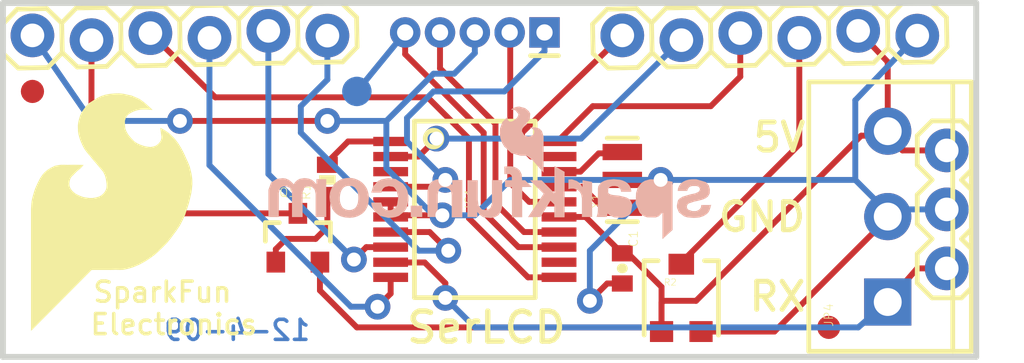
<source format=kicad_pcb>
(kicad_pcb (version 20211014) (generator pcbnew)
  (layers (0 "F.Cu" signal) (31 "B.Cu" signal) (34 "B.Paste" user) (35 "F.Paste" user) (36 "B.SilkS" user "B.Silkscreen") (37 "F.SilkS" user "F.Silkscreen") (38 "B.Mask" user) (39 "F.Mask" user) (44 "Edge.Cuts" user))
  (net 0 "")
  (net 1 "GND")
  (net 2 "VCC")
  (net 3 "RS")
  (net 4 "R/W")
  (net 5 "E")
  (net 6 "D4")
  (net 7 "D5")
  (net 8 "D6")
  (net 9 "D7")
  (net 10 "BL+")
  (net 11 "N$3")
  (net 12 "N$4")
  (net 13 "PGD")
  (net 14 "PGC")
  (net 15 "N$11")
  (net 16 "N$13")
  (net 17 "VPP")
  (net 18 "RX")
  (net 19 "CONTRAST")
  (footprint "boardEagle:SCREWTERMINAL-3.5MM-3_LOCK.007S" (layer "F.Cu") (at 165.6461 110.0836 90)
    (fp_text reference "JP4" (at -1.27 -2.54 90) (layer "F.SilkS") (effects (font (size 0.376489 0.376489) (thickness 0.029911)) (justify left)))
    (fp_text value "")
    (pad "1" thru_hole rect (at -0.1778 0 90) (size 2.032 2.032) (drill 1.2) (layers *.Cu *.Mask) (net 18 "RX"))
    (pad "2" thru_hole circle (at 3.5 0 90) (size 2.032 2.032) (drill 1.2) (layers *.Cu *.Mask) (net 1 "GND"))
    (pad "3" thru_hole circle (at 7.1778 0 90) (size 2.032 2.032) (drill 1.2) (layers *.Cu *.Mask) (net 2 "VCC"))
  )
  (footprint "boardEagle:TRIMPOT-3MM" (layer "F.Cu") (at 156.7561 110.0836)
    (fp_text reference "R2" (at -0.762 -0.508) (layer "F.SilkS") (effects (font (size 0.280416 0.280416) (thickness 0.024384)) (justify left bottom)))
    (fp_text value "TRIMPOTSMD")
    (pad "1" smd rect (at -0.85 1.45) (size 1 0.9) (layers "F.Cu" "F.Paste" "F.Mask") (net 2 "VCC"))
    (pad "2" smd rect (at 0 -1.45) (size 1.1 0.9) (layers "F.Cu" "F.Paste" "F.Mask") (net 19 "CONTRAST"))
    (pad "3" smd rect (at 0.85 1.45) (size 1 0.9) (layers "F.Cu" "F.Paste" "F.Mask") (net 1 "GND"))
  )
  (footprint "boardEagle:LOGO-FLAME-LARGE" (layer "F.Cu") (at 128.8161 111.3536)
    (fp_text reference "U$2" hide)
    (fp_text value "LOGO-FLAME-LARGE" hide)
  )
  (footprint "boardEagle:PIC-ICSP-MINI" (layer "F.Cu") (at 147.8661 98.6536 180)
    (fp_text reference "U$1" hide)
    (fp_text value "PIC-ICSP-MINI" hide)
    (pad "1" thru_hole rect (at -3 0 180) (size 1.3096 1.3096) (drill 0.7) (layers *.Cu *.Mask) (net 17 "VPP"))
    (pad "2" thru_hole circle (at -1.5 0 180) (size 1.3096 1.3096) (drill 0.7) (layers *.Cu *.Mask) (net 2 "VCC"))
    (pad "3" thru_hole circle (at 0 0 180) (size 1.3096 1.3096) (drill 0.7) (layers *.Cu *.Mask) (net 1 "GND"))
    (pad "4" thru_hole circle (at 1.5 0 180) (size 1.3096 1.3096) (drill 0.7) (layers *.Cu *.Mask) (net 13 "PGD"))
    (pad "5" thru_hole circle (at 3 0 180) (size 1.3096 1.3096) (drill 0.7) (layers *.Cu *.Mask) (net 14 "PGC"))
  )
  (footprint "boardEagle:0402-RES" (layer "F.Cu") (at 141.5161 105.0036 90)
    (fp_text reference "R1" (at -0.889 -0.6985 90) (layer "F.SilkS") (effects (font (size 0.373888 0.373888) (thickness 0.032512)) (justify left bottom)))
    (fp_text value "")
    (pad "1" smd rect (at -0.65 0 90) (size 0.7 0.9) (layers "F.Cu" "F.Paste" "F.Mask") (net 16 "N$13"))
    (pad "2" smd rect (at 0.65 0 90) (size 0.7 0.9) (layers "F.Cu" "F.Paste" "F.Mask") (net 15 "N$11"))
  )
  (footprint "boardEagle:SOT23-3" (layer "F.Cu") (at 140.2461 107.5436)
    (fp_text reference "Q1" (at -0.8255 -1.778) (layer "F.SilkS") (effects (font (size 0.373888 0.373888) (thickness 0.032512)) (justify left bottom)))
    (fp_text value "TRANSISTOR_PNPSMD")
    (pad "1" smd rect (at -0.95 1) (size 0.8 0.9) (layers "F.Cu" "F.Paste" "F.Mask") (net 16 "N$13"))
    (pad "2" smd rect (at 0.95 1) (size 0.8 0.9) (layers "F.Cu" "F.Paste" "F.Mask") (net 2 "VCC"))
    (pad "3" smd rect (at 0 -1.1) (size 0.8 0.9) (layers "F.Cu" "F.Paste" "F.Mask") (net 10 "BL+"))
  )
  (footprint "boardEagle:1X06_LOCK" (layer "F.Cu") (at 154.2161 98.7806 1.1)
    (fp_text reference "JP1" hide)
    (fp_text value "")
    (pad "1" thru_hole circle (at 0 0 1.1) (size 1.8796 1.8796) (drill 1.016) (layers *.Cu *.Mask) (net 5 "E"))
    (pad "2" thru_hole circle (at 2.54 0.254 1.1) (size 1.8796 1.8796) (drill 1.016) (layers *.Cu *.Mask) (net 4 "R/W"))
    (pad "3" thru_hole circle (at 5.08 0 1.1) (size 1.8796 1.8796) (drill 1.016) (layers *.Cu *.Mask) (net 3 "RS"))
    (pad "4" thru_hole circle (at 7.62 0.254 1.1) (size 1.8796 1.8796) (drill 1.016) (layers *.Cu *.Mask) (net 19 "CONTRAST"))
    (pad "5" thru_hole circle (at 10.16 0 1.1) (size 1.8796 1.8796) (drill 1.016) (layers *.Cu *.Mask) (net 2 "VCC"))
    (pad "6" thru_hole circle (at 12.7 0.254 1.1) (size 1.8796 1.8796) (drill 1.016) (layers *.Cu *.Mask) (net 1 "GND"))
  )
  (footprint "boardEagle:FIDUCIAL-1X2" (layer "F.Cu") (at 163.1061 111.3536 90)
    (fp_text reference "U$4" hide)
    (fp_text value "FIDUCIAL1X2" hide)
    (pad "1" smd roundrect (at 0 0 90) (size 1 1) (layers "F.Cu" "F.Mask") (roundrect_rratio 0.5))
  )
  (footprint "boardEagle:FIDUCIAL-1X2" (layer "F.Cu") (at 128.8161 101.1936 90)
    (fp_text reference "U$3" hide)
    (fp_text value "FIDUCIAL1X2" hide)
    (pad "1" smd roundrect (at 0 0 90) (size 1 1) (layers "F.Cu" "F.Mask") (roundrect_rratio 0.5))
  )
  (footprint "boardEagle:1X06_LOCK" (layer "F.Cu") (at 128.8161 98.7806 1.1)
    (fp_text reference "JP2" hide)
    (fp_text value "")
    (pad "1" thru_hole circle (at 0 0 1.1) (size 1.8796 1.8796) (drill 1.016) (layers *.Cu *.Mask) (net 1 "GND"))
    (pad "2" thru_hole circle (at 2.54 0.254 1.1) (size 1.8796 1.8796) (drill 1.016) (layers *.Cu *.Mask) (net 10 "BL+"))
    (pad "3" thru_hole circle (at 5.08 0 1.1) (size 1.8796 1.8796) (drill 1.016) (layers *.Cu *.Mask) (net 9 "D7"))
    (pad "4" thru_hole circle (at 7.62 0.254 1.1) (size 1.8796 1.8796) (drill 1.016) (layers *.Cu *.Mask) (net 8 "D6"))
    (pad "5" thru_hole circle (at 10.16 0 1.1) (size 1.8796 1.8796) (drill 1.016) (layers *.Cu *.Mask) (net 7 "D5"))
    (pad "6" thru_hole circle (at 12.7 0.254 1.1) (size 1.8796 1.8796) (drill 1.016) (layers *.Cu *.Mask) (net 6 "D4"))
  )
  (footprint "boardEagle:SSOP20" (layer "F.Cu") (at 147.8661 106.2736 -90)
    (fp_text reference "IC1" (at 0 0 -90) (layer "F.SilkS") (effects (font (size 0.373888 0.373888) (thickness 0.032512)) (justify left bottom)))
    (fp_text value "PIC16F88-SSOP")
    (pad "1" smd rect (at -2.925 3.625 270) (size 0.4 1.5) (layers "F.Cu" "F.Paste" "F.Mask") (net 15 "N$11"))
    (pad "2" smd rect (at -2.275 3.625 270) (size 0.4 1.5) (layers "F.Cu" "F.Paste" "F.Mask") (net 4 "R/W"))
    (pad "3" smd rect (at -1.625 3.625 270) (size 0.4 1.5) (layers "F.Cu" "F.Paste" "F.Mask"))
    (pad "4" smd rect (at -0.975 3.625 270) (size 0.4 1.5) (layers "F.Cu" "F.Paste" "F.Mask") (net 17 "VPP"))
    (pad "5" smd rect (at -0.325 3.625 270) (size 0.4 1.5) (layers "F.Cu" "F.Paste" "F.Mask") (net 1 "GND"))
    (pad "6" smd rect (at 0.325 3.625 270) (size 0.4 1.5) (layers "F.Cu" "F.Paste" "F.Mask") (net 1 "GND"))
    (pad "7" smd rect (at 0.975 3.625 270) (size 0.4 1.5) (layers "F.Cu" "F.Paste" "F.Mask") (net 6 "D4"))
    (pad "8" smd rect (at 1.625 3.625 270) (size 0.4 1.5) (layers "F.Cu" "F.Paste" "F.Mask") (net 7 "D5"))
    (pad "9" smd rect (at 2.275 3.625 270) (size 0.4 1.5) (layers "F.Cu" "F.Paste" "F.Mask") (net 18 "RX"))
    (pad "10" smd rect (at 2.925 3.625 270) (size 0.4 1.5) (layers "F.Cu" "F.Paste" "F.Mask") (net 8 "D6"))
    (pad "11" smd rect (at 2.925 -3.625 270) (size 0.4 1.5) (layers "F.Cu" "F.Paste" "F.Mask") (net 9 "D7"))
    (pad "12" smd rect (at 2.275 -3.625 270) (size 0.4 1.5) (layers "F.Cu" "F.Paste" "F.Mask"))
    (pad "13" smd rect (at 1.625 -3.625 270) (size 0.4 1.5) (layers "F.Cu" "F.Paste" "F.Mask") (net 14 "PGC"))
    (pad "14" smd rect (at 0.975 -3.625 270) (size 0.4 1.5) (layers "F.Cu" "F.Paste" "F.Mask") (net 13 "PGD"))
    (pad "15" smd rect (at 0.325 -3.625 270) (size 0.4 1.5) (layers "F.Cu" "F.Paste" "F.Mask") (net 2 "VCC"))
    (pad "16" smd rect (at -0.325 -3.625 270) (size 0.4 1.5) (layers "F.Cu" "F.Paste" "F.Mask") (net 2 "VCC"))
    (pad "17" smd rect (at -0.975 -3.625 270) (size 0.4 1.5) (layers "F.Cu" "F.Paste" "F.Mask") (net 12 "N$4"))
    (pad "18" smd rect (at -1.625 -3.625 270) (size 0.4 1.5) (layers "F.Cu" "F.Paste" "F.Mask") (net 11 "N$3"))
    (pad "19" smd rect (at -2.275 -3.625 270) (size 0.4 1.5) (layers "F.Cu" "F.Paste" "F.Mask") (net 5 "E"))
    (pad "20" smd rect (at -2.925 -3.625 270) (size 0.4 1.5) (layers "F.Cu" "F.Paste" "F.Mask") (net 3 "RS"))
  )
  (footprint "boardEagle:1X03" (layer "F.Cu") (at 168.1861 108.8136 90)
    (fp_text reference "JP3" hide)
    (fp_text value "")
    (pad "1" thru_hole circle (at 0 0 180) (size 1.8796 1.8796) (drill 1.016) (layers *.Cu *.Mask) (net 18 "RX"))
    (pad "2" thru_hole circle (at 2.54 0 180) (size 1.8796 1.8796) (drill 1.016) (layers *.Cu *.Mask) (net 1 "GND"))
    (pad "3" thru_hole circle (at 5.08 0 180) (size 1.8796 1.8796) (drill 1.016) (layers *.Cu *.Mask) (net 2 "VCC"))
  )
  (footprint "boardEagle:0402-CAP" (layer "F.Cu") (at 154.2161 108.8136 -90)
    (fp_text reference "C1" (at -0.889 -0.6985 -90) (layer "F.SilkS") (effects (font (size 0.373888 0.373888) (thickness 0.032512)) (justify left bottom)))
    (fp_text value "")
    (pad "1" smd rect (at -0.65 0 270) (size 0.7 0.9) (layers "F.Cu" "F.Paste" "F.Mask") (net 2 "VCC"))
    (pad "2" smd rect (at 0.65 0 270) (size 0.7 0.9) (layers "F.Cu" "F.Paste" "F.Mask") (net 1 "GND"))
  )
  (footprint "boardEagle:RESONATOR-SMD" (layer "F.Cu") (at 154.2161 105.0036 90)
    (fp_text reference "Y1" (at -1.27 -1.143 90) (layer "F.SilkS") (effects (font (size 0.376489 0.376489) (thickness 0.029911)) (justify left)))
    (fp_text value "RESONATORSMD")
    (pad "1" smd rect (at -1.2 0 90) (size 0.7 1.7) (layers "F.Cu" "F.Paste" "F.Mask") (net 12 "N$4"))
    (pad "2" smd rect (at 0 0 90) (size 0.7 1.7) (layers "F.Cu" "F.Paste" "F.Mask") (net 1 "GND"))
    (pad "3" smd rect (at 1.2 0 90) (size 0.7 1.7) (layers "F.Cu" "F.Paste" "F.Mask") (net 11 "N$3"))
  )
  (footprint "boardEagle:SFE-NEW-WEBLOGO" (layer "B.Cu") (at 158.0261 107.5436 180)
    (fp_text reference "U$5" hide)
    (fp_text value "LOGO-SFENEW" hide)
  )
  (footprint "boardEagle:PAD.03X.05" (layer "B.Cu") (at 142.7861 101.1936 180)
    (fp_text reference "TP1" hide)
    (fp_text value "" hide)
    (pad "P$1" smd roundrect (at 0 0 180) (size 1.27 1.27) (layers "B.Cu" "B.Mask") (roundrect_rratio 0.5) (net 14 "PGC"))
  )
  (gr_line (start 169.4561 112.6236) (end 169.4561 97.3836) (layer "Edge.Cuts") (width 0.254))
  (gr_line (start 127.5461 112.6236) (end 169.4561 112.6236) (layer "Edge.Cuts") (width 0.254))
  (gr_line (start 127.5461 97.3836) (end 127.5461 112.6236) (layer "Edge.Cuts") (width 0.254))
  (gr_line (start 169.4561 97.3836) (end 127.5461 97.3836) (layer "Edge.Cuts") (width 0.254))
  (gr_text "12-4-09" (at 134.4041 110.9726) (layer "B.Cu") (effects (font (size 0.8636 0.8636) (thickness 0.1524)) (justify right top mirror)))
  (gr_text "RX" (at 162.2171 109.3216) (layer "F.SilkS") (effects (font (size 1.20904 1.20904) (thickness 0.21336)) (justify right top)))
  (gr_text "5V" (at 162.2171 102.4636) (layer "F.SilkS") (effects (font (size 1.20904 1.20904) (thickness 0.21336)) (justify right top)))
  (gr_text "SerLCD" (at 144.8181 112.1156) (layer "F.SilkS") (effects (font (size 1.2954 1.2954) (thickness 0.2286)) (justify left bottom)))
  (gr_text "GND" (at 162.2171 105.8926) (layer "F.SilkS") (effects (font (size 1.20904 1.20904) (thickness 0.21336)) (justify right top)))
  (gr_text "SparkFun" (at 131.3561 110.3376) (layer "F.SilkS") (effects (font (size 0.8636 0.8636) (thickness 0.1524)) (justify left bottom)))
  (gr_text "Electronics" (at 131.2291 111.7346) (layer "F.SilkS") (effects (font (size 0.8636 0.8636) (thickness 0.1524)) (justify left bottom)))
  (segment (start 144.2411 106.5986) (end 144.2541 106.5986) (width 0.254) (layer "F.Cu") (net 1))
  (segment (start 144.2541 106.5986) (end 144.2411 106.5856) (width 0.254) (layer "F.Cu") (net 1))
  (segment (start 146.4691 106.5276) (end 144.3101 106.5276) (width 0.254) (layer "F.Cu") (net 1))
  (segment (start 144.3101 106.5276) (end 144.2411 106.5966) (width 0.254) (layer "F.Cu") (net 1))
  (segment (start 144.2541 106.5986) (end 144.3101 106.6546) (width 0.254) (layer "F.Cu") (net 1))
  (segment (start 160.7671 111.5336) (end 157.6061 111.5336) (width 0.254) (layer "F.Cu") (net 1))
  (segment (start 152.8191 110.2106) (end 153.5661 109.4636) (width 0.254) (layer "F.Cu") (net 1))
  (segment (start 144.2411 106.5966) (end 144.2411 106.5986) (width 0.254) (layer "F.Cu") (net 1))
  (segment (start 155.8671 105.0036) (end 154.2161 105.0036) (width 0.254) (layer "F.Cu") (net 1))
  (segment (start 165.6461 106.5836) (end 165.6461 106.6546) (width 0.254) (layer "F.Cu") (net 1))
  (segment (start 135.1661 102.4636) (end 141.5161 102.4636) (width 0.254) (layer "F.Cu") (net 1))
  (segment (start 165.6461 106.6546) (end 160.7671 111.5336) (width 0.254) (layer "F.Cu") (net 1))
  (segment (start 153.5661 109.4636) (end 154.2161 109.4636) (width 0.254) (layer "F.Cu") (net 1))
  (segment (start 144.2411 106.5856) (end 144.2411 105.9486) (width 0.254) (layer "F.Cu") (net 1))
  (via (at 152.8191 110.2106) (size 1.108) (drill 0.6) (layers "F.Cu" "B.Cu") (net 1))
  (via (at 135.1661 102.4636) (size 1.108) (drill 0.6) (layers "F.Cu" "B.Cu") (net 1))
  (via (at 146.4691 106.5276) (size 1.108) (drill 0.6) (layers "F.Cu" "B.Cu") (net 1))
  (via (at 141.5161 102.4636) (size 1.108) (drill 0.6) (layers "F.Cu" "B.Cu") (net 1))
  (via (at 155.8671 105.0036) (size 1.108) (drill 0.6) (layers "F.Cu" "B.Cu") (net 1))
  (segment (start 165.6461 106.5276) (end 165.9001 106.2736) (width 0.254) (layer "B.Cu") (net 1))
  (segment (start 146.9771 100.4316) (end 147.8661 99.5426) (width 0.254) (layer "B.Cu") (net 1))
  (segment (start 128.8161 98.7806) (end 131.3561 102.4636) (width 0.254) (layer "B.Cu") (net 1))
  (segment (start 165.9001 106.2736) (end 168.1861 106.2736) (width 0.254) (layer "B.Cu") (net 1))
  (segment (start 131.3561 102.4636) (end 135.1661 102.4636) (width 0.254) (layer "B.Cu") (net 1))
  (segment (start 147.8661 106.5276) (end 149.3901 105.0036) (width 0.254) (layer "B.Cu") (net 1))
  (segment (start 144.0561 102.4636) (end 144.0561 104.4956) (width 0.254) (layer "B.Cu") (net 1))
  (segment (start 147.8661 99.5426) (end 147.8661 98.6536) (width 0.254) (layer "B.Cu") (net 1))
  (segment (start 146.0881 106.5276) (end 146.4691 106.5276) (width 0.254) (layer "B.Cu") (net 1))
  (segment (start 144.0561 104.4956) (end 146.0881 106.5276) (width 0.254) (layer "B.Cu") (net 1))
  (segment (start 165.6461 106.5836) (end 165.6461 106.5276) (width 0.254) (layer "B.Cu") (net 1))
  (segment (start 152.8191 108.0516) (end 152.8191 110.2106) (width 0.254) (layer "B.Cu") (net 1))
  (segment (start 164.2491 101.5746) (end 166.918634 98.790747) (width 0.254) (layer "B.Cu") (net 1))
  (segment (start 164.2491 105.0036) (end 164.2491 101.5746) (width 0.254) (layer "B.Cu") (net 1))
  (segment (start 144.0561 102.4636) (end 146.0881 100.4316) (width 0.254) (layer "B.Cu") (net 1))
  (segment (start 155.8671 105.0036) (end 164.2491 105.0036) (width 0.254) (layer "B.Cu") (net 1))
  (segment (start 149.3901 105.0036) (end 155.8671 105.0036) (width 0.254) (layer "B.Cu") (net 1))
  (segment (start 141.5161 102.4636) (end 144.0561 102.4636) (width 0.254) (layer "B.Cu") (net 1))
  (segment (start 146.0881 100.4316) (end 146.9771 100.4316) (width 0.254) (layer "B.Cu") (net 1))
  (segment (start 164.2491 105.0036) (end 165.6461 106.4006) (width 0.254) (layer "B.Cu") (net 1))
  (segment (start 165.6461 106.4006) (end 165.6461 106.5836) (width 0.254) (layer "B.Cu") (net 1))
  (segment (start 146.4691 106.5276) (end 147.8661 106.5276) (width 0.254) (layer "B.Cu") (net 1))
  (segment (start 155.8671 105.0036) (end 152.8191 108.0516) (width 0.254) (layer "B.Cu") (net 1))
  (segment (start 155.9061 109.6146) (end 154.4701 108.1786) (width 0.254) (layer "F.Cu") (net 2))
  (segment (start 157.3911 110.2106) (end 164.5031 103.0986) (width 0.254) (layer "F.Cu") (net 2))
  (segment (start 151.4911 105.9486) (end 150.2081 105.9486) (width 0.254) (layer "F.Cu") (net 2))
  (segment (start 165.6461 102.9058) (end 165.6461 99.9236) (width 0.254) (layer "F.Cu") (net 2))
  (segment (start 141.1961 108.5436) (end 141.1961 109.7636) (width 0.254) (layer "F.Cu") (net 2))
  (segment (start 154.2161 108.1786) (end 154.2161 108.1636) (width 0.254) (layer "F.Cu") (net 2))
  (segment (start 155.9061 111.5196) (end 155.9061 111.5336) (width 0.254) (layer "F.Cu") (net 2))
  (segment (start 149.3901 105.1306) (end 149.3901 98.6536) (width 0.254) (layer "F.Cu") (net 2))
  (segment (start 151.4911 106.5856) (end 151.5491 106.5276) (width 0.254) (layer "F.Cu") (net 2))
  (segment (start 165.6461 103.0986) (end 166.2811 103.7336) (width 0.254) (layer "F.Cu") (net 2))
  (segment (start 152.6361 106.5986) (end 151.4911 106.5986) (width 0.254) (layer "F.Cu") (net 2))
  (segment (start 151.4911 106.5986) (end 151.4911 106.5856) (width 0.254) (layer "F.Cu") (net 2))
  (segment (start 155.9061 111.5336) (end 155.9061 110.2986) (width 0.254) (layer "F.Cu") (net 2))
  (segment (start 141.1961 109.7636) (end 142.7861 111.3536) (width 0.254) (layer "F.Cu") (net 2))
  (segment (start 154.4701 108.1786) (end 154.2161 108.1786) (width 0.254) (layer "F.Cu") (net 2))
  (segment (start 149.3901 98.6536) (end 149.3661 98.6536) (width 0.254) (layer "F.Cu") (net 2))
  (segment (start 165.6461 103.0986) (end 165.6461 102.9058) (width 0.254) (layer "F.Cu") (net 2))
  (segment (start 154.2161 108.1786) (end 152.6361 106.5986) (width 0.254) (layer "F.Cu") (net 2))
  (segment (start 151.5491 106.5276) (end 151.4911 106.4696) (width 0.254) (layer "F.Cu") (net 2))
  (segment (start 166.2811 103.7336) (end 168.1861 103.7336) (width 0.254) (layer "F.Cu") (net 2))
  (segment (start 155.7401 111.3536) (end 155.9061 111.5196) (width 0.254) (layer "F.Cu") (net 2))
  (segment (start 155.9061 110.2986) (end 155.9941 110.2106) (width 0.254) (layer "F.Cu") (net 2))
  (segment (start 142.7861 111.3536) (end 155.7401 111.3536) (width 0.254) (layer "F.Cu") (net 2))
  (segment (start 155.9061 111.5336) (end 155.9061 109.6146) (width 0.254) (layer "F.Cu") (net 2))
  (segment (start 151.4911 106.4696) (end 151.4911 105.9486) (width 0.254) (layer "F.Cu") (net 2))
  (segment (start 164.5031 103.0986) (end 165.6461 103.0986) (width 0.254) (layer "F.Cu") (net 2))
  (segment (start 155.9941 110.2106) (end 157.3911 110.2106) (width 0.254) (layer "F.Cu") (net 2))
  (segment (start 150.2081 105.9486) (end 149.3901 105.1306) (width 0.254) (layer "F.Cu") (net 2))
  (segment (start 165.6461 99.9236) (end 164.374225 98.585557) (width 0.254) (layer "F.Cu") (net 2))
  (segment (start 152.9461 101.8286) (end 158.0261 101.8286) (width 0.254) (layer "F.Cu") (net 3))
  (segment (start 151.4911 103.3486) (end 151.4911 103.2836) (width 0.254) (layer "F.Cu") (net 3))
  (segment (start 158.0261 101.8286) (end 159.2961 100.5586) (width 0.254) (layer "F.Cu") (net 3))
  (segment (start 159.2961 100.5586) (end 159.295162 98.683079) (width 0.254) (layer "F.Cu") (net 3))
  (segment (start 151.4911 103.2836) (end 152.9461 101.8286) (width 0.254) (layer "F.Cu") (net 3))
  (segment (start 144.2411 103.9986) (end 145.4421 103.9986) (width 0.254) (layer "F.Cu") (net 4))
  (segment (start 145.4421 103.9986) (end 146.2151 103.2256) (width 0.254) (layer "F.Cu") (net 4))
  (via (at 146.2151 103.2256) (size 1.108) (drill 0.6) (layers "F.Cu" "B.Cu") (net 4))
  (segment (start 152.4381 103.2256) (end 156.760506 98.985794) (width 0.254) (layer "B.Cu") (net 4))
  (segment (start 146.2151 103.2256) (end 152.4381 103.2256) (width 0.254) (layer "B.Cu") (net 4))
  (segment (start 149.8981 102.9716) (end 149.8981 103.6066) (width 0.254) (layer "F.Cu") (net 5))
  (segment (start 149.8981 102.9716) (end 154.2161 98.7806) (width 0.254) (layer "F.Cu") (net 5))
  (segment (start 150.2901 103.9986) (end 151.4911 103.9986) (width 0.254) (layer "F.Cu") (net 5))
  (segment (start 149.8981 103.6066) (end 150.2901 103.9986) (width 0.254) (layer "F.Cu") (net 5))
  (segment (start 144.2411 107.2486) (end 145.9201 107.2486) (width 0.254) (layer "F.Cu") (net 6))
  (segment (start 145.9201 107.2486) (end 146.7231 108.0516) (width 0.254) (layer "F.Cu") (net 6))
  (via (at 146.7231 108.0516) (size 1.108) (drill 0.6) (layers "F.Cu" "B.Cu") (net 6))
  (segment (start 145.4531 108.0516) (end 140.3731 102.9716) (width 0.254) (layer "B.Cu") (net 6))
  (segment (start 140.3731 102.9716) (end 140.3731 101.8286) (width 0.254) (layer "B.Cu") (net 6))
  (segment (start 140.3731 101.8286) (end 141.5161 100.6856) (width 0.254) (layer "B.Cu") (net 6))
  (segment (start 141.5161 100.6856) (end 141.518634 98.790747) (width 0.254) (layer "B.Cu") (net 6))
  (segment (start 146.7231 108.0516) (end 145.4531 108.0516) (width 0.254) (layer "B.Cu") (net 6))
  (segment (start 142.6591 108.4326) (end 143.1931 107.8986) (width 0.254) (layer "F.Cu") (net 7))
  (segment (start 143.1931 107.8986) (end 144.2411 107.8986) (width 0.254) (layer "F.Cu") (net 7))
  (via (at 142.6591 108.4326) (size 1.108) (drill 0.6) (layers "F.Cu" "B.Cu") (net 7))
  (segment (start 138.9761 104.7496) (end 138.974225 98.585557) (width 0.254) (layer "B.Cu") (net 7))
  (segment (start 142.6591 108.4326) (end 138.9761 104.7496) (width 0.254) (layer "B.Cu") (net 7))
  (segment (start 143.6751 110.4646) (end 144.2411 109.8986) (width 0.254) (layer "F.Cu") (net 8))
  (segment (start 144.2411 109.8986) (end 144.2411 109.1986) (width 0.254) (layer "F.Cu") (net 8))
  (via (at 143.6751 110.4646) (size 1.108) (drill 0.6) (layers "F.Cu" "B.Cu") (net 8))
  (segment (start 136.4361 104.3686) (end 136.439571 98.888269) (width 0.254) (layer "B.Cu") (net 8))
  (segment (start 142.5321 110.4646) (end 136.4361 104.3686) (width 0.254) (layer "B.Cu") (net 8))
  (segment (start 142.5321 110.4646) (end 143.6751 110.4646) (width 0.254) (layer "B.Cu") (net 8))
  (segment (start 145.8341 101.4476) (end 147.6121 103.2256) (width 0.254) (layer "F.Cu") (net 9))
  (segment (start 133.895162 98.683079) (end 136.6901 101.4476) (width 0.254) (layer "F.Cu") (net 9))
  (segment (start 150.1561 109.1986) (end 151.4911 109.1986) (width 0.254) (layer "F.Cu") (net 9))
  (segment (start 136.6901 101.4476) (end 145.8341 101.4476) (width 0.254) (layer "F.Cu") (net 9))
  (segment (start 147.6121 106.6546) (end 150.1561 109.1986) (width 0.254) (layer "F.Cu") (net 9))
  (segment (start 147.6121 103.2256) (end 147.6121 106.6546) (width 0.254) (layer "F.Cu") (net 9))
  (segment (start 131.3561 102.4636) (end 135.3361 106.4436) (width 0.254) (layer "F.Cu") (net 10))
  (segment (start 135.3361 106.4436) (end 140.2461 106.4436) (width 0.254) (layer "F.Cu") (net 10))
  (segment (start 131.3561 102.4636) (end 131.360506 98.985794) (width 0.254) (layer "F.Cu") (net 10))
  (segment (start 153.2001 103.8606) (end 154.2161 103.8606) (width 0.254) (layer "F.Cu") (net 11))
  (segment (start 154.2161 103.8606) (end 154.2161 103.8036) (width 0.254) (layer "F.Cu") (net 11))
  (segment (start 151.4911 104.6486) (end 152.4121 104.6486) (width 0.254) (layer "F.Cu") (net 11))
  (segment (start 152.4121 104.6486) (end 153.2001 103.8606) (width 0.254) (layer "F.Cu") (net 11))
  (segment (start 154.2731 106.2036) (end 154.2161 106.2036) (width 0.254) (layer "F.Cu") (net 12))
  (segment (start 154.2161 106.1466) (end 154.2731 106.2036) (width 0.254) (layer "F.Cu") (net 12))
  (segment (start 154.2731 106.2036) (end 154.3431 106.2736) (width 0.254) (layer "F.Cu") (net 12))
  (segment (start 151.4911 105.2986) (end 152.4791 105.2986) (width 0.254) (layer "F.Cu") (net 12))
  (segment (start 153.3271 106.1466) (end 154.2161 106.1466) (width 0.254) (layer "F.Cu") (net 12))
  (segment (start 152.4791 105.2986) (end 153.3271 106.1466) (width 0.254) (layer "F.Cu") (net 12))
  (segment (start 148.7551 106.0196) (end 148.7551 102.5906) (width 0.254) (layer "F.Cu") (net 13))
  (segment (start 148.7551 102.5906) (end 146.3661 100.2016) (width 0.254) (layer "F.Cu") (net 13))
  (segment (start 149.9841 107.2486) (end 151.4911 107.2486) (width 0.254) (layer "F.Cu") (net 13))
  (segment (start 146.3661 100.2016) (end 146.3661 98.6536) (width 0.254) (layer "F.Cu") (net 13))
  (segment (start 148.7551 106.0196) (end 149.9841 107.2486) (width 0.254) (layer "F.Cu") (net 13))
  (segment (start 148.2471 106.4006) (end 148.2471 102.9716) (width 0.254) (layer "F.Cu") (net 14))
  (segment (start 149.7451 107.8986) (end 148.2471 106.4006) (width 0.254) (layer "F.Cu") (net 14))
  (segment (start 144.8661 99.5906) (end 144.8661 98.6536) (width 0.254) (layer "F.Cu") (net 14))
  (segment (start 148.2471 102.9716) (end 144.8661 99.5906) (width 0.254) (layer "F.Cu") (net 14))
  (segment (start 149.7451 107.8986) (end 151.4911 107.8986) (width 0.254) (layer "F.Cu") (net 14))
  (segment (start 144.8661 98.6536) (end 142.7861 101.1936) (width 0.254) (layer "B.Cu") (net 14))
  (segment (start 142.4091 103.3486) (end 144.2411 103.3486) (width 0.254) (layer "F.Cu") (net 15))
  (segment (start 141.5161 104.3536) (end 141.5161 104.2416) (width 0.254) (layer "F.Cu") (net 15))
  (segment (start 141.5161 104.2416) (end 142.4091 103.3486) (width 0.254) (layer "F.Cu") (net 15))
  (segment (start 141.5161 107.0356) (end 141.5161 105.6536) (width 0.254) (layer "F.Cu") (net 16))
  (segment (start 141.0081 107.5436) (end 141.5161 107.0356) (width 0.254) (layer "F.Cu") (net 16))
  (segment (start 141.5161 105.6536) (end 141.5161 105.6386) (width 0.254) (layer "F.Cu") (net 16))
  (segment (start 139.2961 108.5436) (end 139.2961 107.9856) (width 0.254) (layer "F.Cu") (net 16))
  (segment (start 139.2961 107.9856) (end 139.7381 107.5436) (width 0.254) (layer "F.Cu") (net 16))
  (segment (start 139.7381 107.5436) (end 141.0081 107.5436) (width 0.254) (layer "F.Cu") (net 16))
  (segment (start 146.3011 105.2986) (end 146.5961 105.0036) (width 0.254) (layer "F.Cu") (net 17))
  (segment (start 144.2411 105.2986) (end 146.3011 105.2986) (width 0.254) (layer "F.Cu") (net 17))
  (via (at 146.5961 105.0036) (size 1.108) (drill 0.6) (layers "F.Cu" "B.Cu") (net 17))
  (segment (start 150.8661 99.4636) (end 150.8661 98.6536) (width 0.254) (layer "B.Cu") (net 17))
  (segment (start 149.1361 101.1936) (end 150.8661 99.4636) (width 0.254) (layer "B.Cu") (net 17))
  (segment (start 144.9451 103.3526) (end 144.9451 102.3366) (width 0.254) (layer "B.Cu") (net 17))
  (segment (start 146.0881 101.1936) (end 149.1361 101.1936) (width 0.254) (layer "B.Cu") (net 17))
  (segment (start 144.9451 102.3366) (end 146.0881 101.1936) (width 0.254) (layer "B.Cu") (net 17))
  (segment (start 146.5961 105.0036) (end 144.9451 103.3526) (width 0.254) (layer "B.Cu") (net 17))
  (segment (start 166.9161 108.8136) (end 168.1861 108.8136) (width 0.254) (layer "F.Cu") (net 18))
  (segment (start 144.3101 108.5596) (end 145.7071 108.5596) (width 0.254) (layer "F.Cu") (net 18))
  (segment (start 144.2411 108.5486) (end 144.2991 108.5486) (width 0.254) (layer "F.Cu") (net 18))
  (segment (start 165.6461 110.2614) (end 166.9161 108.8136) (width 0.254) (layer "F.Cu") (net 18))
  (segment (start 145.7071 108.5596) (end 146.5961 109.4486) (width 0.254) (layer "F.Cu") (net 18))
  (segment (start 144.2991 108.5486) (end 144.3101 108.5596) (width 0.254) (layer "F.Cu") (net 18))
  (segment (start 146.5961 109.4486) (end 146.5961 110.0836) (width 0.254) (layer "F.Cu") (net 18))
  (via (at 146.5961 110.0836) (size 1.108) (drill 0.6) (layers "F.Cu" "B.Cu") (net 18))
  (segment (start 164.3761 111.3536) (end 165.6461 110.2614) (width 0.254) (layer "B.Cu") (net 18))
  (segment (start 147.8661 111.3536) (end 164.3761 111.3536) (width 0.254) (layer "B.Cu") (net 18))
  (segment (start 146.5961 110.0836) (end 147.8661 111.3536) (width 0.254) (layer "B.Cu") (net 18))
  (segment (start 156.7561 108.5596) (end 161.8361 103.4796) (width 0.254) (layer "F.Cu") (net 19))
  (segment (start 156.7561 108.6336) (end 156.7561 108.8136) (width 0.254) (layer "F.Cu") (net 19))
  (segment (start 156.7561 108.6336) (end 156.7561 108.5596) (width 0.254) (layer "F.Cu") (net 19))
  (segment (start 161.8361 103.4796) (end 161.839571 98.888269) (width 0.254) (layer "F.Cu") (net 19))
)
</source>
